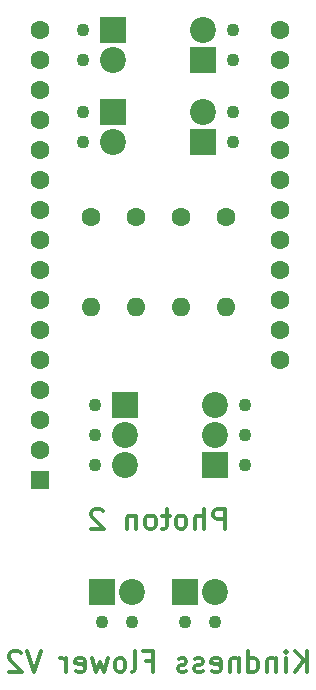
<source format=gbr>
%TF.GenerationSoftware,KiCad,Pcbnew,8.0.2*%
%TF.CreationDate,2024-05-27T13:26:58-06:00*%
%TF.ProjectId,KindFlowerPCB,4b696e64-466c-46f7-9765-725043422e6b,rev?*%
%TF.SameCoordinates,Original*%
%TF.FileFunction,Soldermask,Bot*%
%TF.FilePolarity,Negative*%
%FSLAX46Y46*%
G04 Gerber Fmt 4.6, Leading zero omitted, Abs format (unit mm)*
G04 Created by KiCad (PCBNEW 8.0.2) date 2024-05-27 13:26:58*
%MOMM*%
%LPD*%
G01*
G04 APERTURE LIST*
%ADD10C,0.300000*%
%ADD11C,1.600000*%
%ADD12O,1.600000X1.600000*%
%ADD13C,1.100000*%
%ADD14R,2.200000X2.200000*%
%ADD15C,2.200000*%
%ADD16R,1.600000X1.600000*%
G04 APERTURE END LIST*
D10*
X158841110Y-152170234D02*
X158841110Y-150420234D01*
X157841110Y-152170234D02*
X158591110Y-151170234D01*
X157841110Y-150420234D02*
X158841110Y-151420234D01*
X157091110Y-152170234D02*
X157091110Y-151003567D01*
X157091110Y-150420234D02*
X157174443Y-150503567D01*
X157174443Y-150503567D02*
X157091110Y-150586901D01*
X157091110Y-150586901D02*
X157007777Y-150503567D01*
X157007777Y-150503567D02*
X157091110Y-150420234D01*
X157091110Y-150420234D02*
X157091110Y-150586901D01*
X156257777Y-151003567D02*
X156257777Y-152170234D01*
X156257777Y-151170234D02*
X156174444Y-151086901D01*
X156174444Y-151086901D02*
X156007777Y-151003567D01*
X156007777Y-151003567D02*
X155757777Y-151003567D01*
X155757777Y-151003567D02*
X155591110Y-151086901D01*
X155591110Y-151086901D02*
X155507777Y-151253567D01*
X155507777Y-151253567D02*
X155507777Y-152170234D01*
X153924444Y-152170234D02*
X153924444Y-150420234D01*
X153924444Y-152086901D02*
X154091111Y-152170234D01*
X154091111Y-152170234D02*
X154424444Y-152170234D01*
X154424444Y-152170234D02*
X154591111Y-152086901D01*
X154591111Y-152086901D02*
X154674444Y-152003567D01*
X154674444Y-152003567D02*
X154757777Y-151836901D01*
X154757777Y-151836901D02*
X154757777Y-151336901D01*
X154757777Y-151336901D02*
X154674444Y-151170234D01*
X154674444Y-151170234D02*
X154591111Y-151086901D01*
X154591111Y-151086901D02*
X154424444Y-151003567D01*
X154424444Y-151003567D02*
X154091111Y-151003567D01*
X154091111Y-151003567D02*
X153924444Y-151086901D01*
X153091111Y-151003567D02*
X153091111Y-152170234D01*
X153091111Y-151170234D02*
X153007778Y-151086901D01*
X153007778Y-151086901D02*
X152841111Y-151003567D01*
X152841111Y-151003567D02*
X152591111Y-151003567D01*
X152591111Y-151003567D02*
X152424444Y-151086901D01*
X152424444Y-151086901D02*
X152341111Y-151253567D01*
X152341111Y-151253567D02*
X152341111Y-152170234D01*
X150841111Y-152086901D02*
X151007778Y-152170234D01*
X151007778Y-152170234D02*
X151341111Y-152170234D01*
X151341111Y-152170234D02*
X151507778Y-152086901D01*
X151507778Y-152086901D02*
X151591111Y-151920234D01*
X151591111Y-151920234D02*
X151591111Y-151253567D01*
X151591111Y-151253567D02*
X151507778Y-151086901D01*
X151507778Y-151086901D02*
X151341111Y-151003567D01*
X151341111Y-151003567D02*
X151007778Y-151003567D01*
X151007778Y-151003567D02*
X150841111Y-151086901D01*
X150841111Y-151086901D02*
X150757778Y-151253567D01*
X150757778Y-151253567D02*
X150757778Y-151420234D01*
X150757778Y-151420234D02*
X151591111Y-151586901D01*
X150091111Y-152086901D02*
X149924445Y-152170234D01*
X149924445Y-152170234D02*
X149591111Y-152170234D01*
X149591111Y-152170234D02*
X149424445Y-152086901D01*
X149424445Y-152086901D02*
X149341111Y-151920234D01*
X149341111Y-151920234D02*
X149341111Y-151836901D01*
X149341111Y-151836901D02*
X149424445Y-151670234D01*
X149424445Y-151670234D02*
X149591111Y-151586901D01*
X149591111Y-151586901D02*
X149841111Y-151586901D01*
X149841111Y-151586901D02*
X150007778Y-151503567D01*
X150007778Y-151503567D02*
X150091111Y-151336901D01*
X150091111Y-151336901D02*
X150091111Y-151253567D01*
X150091111Y-151253567D02*
X150007778Y-151086901D01*
X150007778Y-151086901D02*
X149841111Y-151003567D01*
X149841111Y-151003567D02*
X149591111Y-151003567D01*
X149591111Y-151003567D02*
X149424445Y-151086901D01*
X148674444Y-152086901D02*
X148507778Y-152170234D01*
X148507778Y-152170234D02*
X148174444Y-152170234D01*
X148174444Y-152170234D02*
X148007778Y-152086901D01*
X148007778Y-152086901D02*
X147924444Y-151920234D01*
X147924444Y-151920234D02*
X147924444Y-151836901D01*
X147924444Y-151836901D02*
X148007778Y-151670234D01*
X148007778Y-151670234D02*
X148174444Y-151586901D01*
X148174444Y-151586901D02*
X148424444Y-151586901D01*
X148424444Y-151586901D02*
X148591111Y-151503567D01*
X148591111Y-151503567D02*
X148674444Y-151336901D01*
X148674444Y-151336901D02*
X148674444Y-151253567D01*
X148674444Y-151253567D02*
X148591111Y-151086901D01*
X148591111Y-151086901D02*
X148424444Y-151003567D01*
X148424444Y-151003567D02*
X148174444Y-151003567D01*
X148174444Y-151003567D02*
X148007778Y-151086901D01*
X145257778Y-151253567D02*
X145841111Y-151253567D01*
X145841111Y-152170234D02*
X145841111Y-150420234D01*
X145841111Y-150420234D02*
X145007778Y-150420234D01*
X144091111Y-152170234D02*
X144257778Y-152086901D01*
X144257778Y-152086901D02*
X144341111Y-151920234D01*
X144341111Y-151920234D02*
X144341111Y-150420234D01*
X143174444Y-152170234D02*
X143341111Y-152086901D01*
X143341111Y-152086901D02*
X143424444Y-152003567D01*
X143424444Y-152003567D02*
X143507777Y-151836901D01*
X143507777Y-151836901D02*
X143507777Y-151336901D01*
X143507777Y-151336901D02*
X143424444Y-151170234D01*
X143424444Y-151170234D02*
X143341111Y-151086901D01*
X143341111Y-151086901D02*
X143174444Y-151003567D01*
X143174444Y-151003567D02*
X142924444Y-151003567D01*
X142924444Y-151003567D02*
X142757777Y-151086901D01*
X142757777Y-151086901D02*
X142674444Y-151170234D01*
X142674444Y-151170234D02*
X142591111Y-151336901D01*
X142591111Y-151336901D02*
X142591111Y-151836901D01*
X142591111Y-151836901D02*
X142674444Y-152003567D01*
X142674444Y-152003567D02*
X142757777Y-152086901D01*
X142757777Y-152086901D02*
X142924444Y-152170234D01*
X142924444Y-152170234D02*
X143174444Y-152170234D01*
X142007778Y-151003567D02*
X141674444Y-152170234D01*
X141674444Y-152170234D02*
X141341111Y-151336901D01*
X141341111Y-151336901D02*
X141007778Y-152170234D01*
X141007778Y-152170234D02*
X140674444Y-151003567D01*
X139341111Y-152086901D02*
X139507778Y-152170234D01*
X139507778Y-152170234D02*
X139841111Y-152170234D01*
X139841111Y-152170234D02*
X140007778Y-152086901D01*
X140007778Y-152086901D02*
X140091111Y-151920234D01*
X140091111Y-151920234D02*
X140091111Y-151253567D01*
X140091111Y-151253567D02*
X140007778Y-151086901D01*
X140007778Y-151086901D02*
X139841111Y-151003567D01*
X139841111Y-151003567D02*
X139507778Y-151003567D01*
X139507778Y-151003567D02*
X139341111Y-151086901D01*
X139341111Y-151086901D02*
X139257778Y-151253567D01*
X139257778Y-151253567D02*
X139257778Y-151420234D01*
X139257778Y-151420234D02*
X140091111Y-151586901D01*
X138507778Y-152170234D02*
X138507778Y-151003567D01*
X138507778Y-151336901D02*
X138424445Y-151170234D01*
X138424445Y-151170234D02*
X138341111Y-151086901D01*
X138341111Y-151086901D02*
X138174445Y-151003567D01*
X138174445Y-151003567D02*
X138007778Y-151003567D01*
X136341112Y-150420234D02*
X135757779Y-152170234D01*
X135757779Y-152170234D02*
X135174445Y-150420234D01*
X134674445Y-150586901D02*
X134591112Y-150503567D01*
X134591112Y-150503567D02*
X134424445Y-150420234D01*
X134424445Y-150420234D02*
X134007779Y-150420234D01*
X134007779Y-150420234D02*
X133841112Y-150503567D01*
X133841112Y-150503567D02*
X133757779Y-150586901D01*
X133757779Y-150586901D02*
X133674445Y-150753567D01*
X133674445Y-150753567D02*
X133674445Y-150920234D01*
X133674445Y-150920234D02*
X133757779Y-151170234D01*
X133757779Y-151170234D02*
X134757779Y-152170234D01*
X134757779Y-152170234D02*
X133674445Y-152170234D01*
X151924444Y-140105234D02*
X151924444Y-138355234D01*
X151924444Y-138355234D02*
X151257777Y-138355234D01*
X151257777Y-138355234D02*
X151091111Y-138438567D01*
X151091111Y-138438567D02*
X151007777Y-138521901D01*
X151007777Y-138521901D02*
X150924444Y-138688567D01*
X150924444Y-138688567D02*
X150924444Y-138938567D01*
X150924444Y-138938567D02*
X151007777Y-139105234D01*
X151007777Y-139105234D02*
X151091111Y-139188567D01*
X151091111Y-139188567D02*
X151257777Y-139271901D01*
X151257777Y-139271901D02*
X151924444Y-139271901D01*
X150174444Y-140105234D02*
X150174444Y-138355234D01*
X149424444Y-140105234D02*
X149424444Y-139188567D01*
X149424444Y-139188567D02*
X149507777Y-139021901D01*
X149507777Y-139021901D02*
X149674444Y-138938567D01*
X149674444Y-138938567D02*
X149924444Y-138938567D01*
X149924444Y-138938567D02*
X150091111Y-139021901D01*
X150091111Y-139021901D02*
X150174444Y-139105234D01*
X148341111Y-140105234D02*
X148507778Y-140021901D01*
X148507778Y-140021901D02*
X148591111Y-139938567D01*
X148591111Y-139938567D02*
X148674444Y-139771901D01*
X148674444Y-139771901D02*
X148674444Y-139271901D01*
X148674444Y-139271901D02*
X148591111Y-139105234D01*
X148591111Y-139105234D02*
X148507778Y-139021901D01*
X148507778Y-139021901D02*
X148341111Y-138938567D01*
X148341111Y-138938567D02*
X148091111Y-138938567D01*
X148091111Y-138938567D02*
X147924444Y-139021901D01*
X147924444Y-139021901D02*
X147841111Y-139105234D01*
X147841111Y-139105234D02*
X147757778Y-139271901D01*
X147757778Y-139271901D02*
X147757778Y-139771901D01*
X147757778Y-139771901D02*
X147841111Y-139938567D01*
X147841111Y-139938567D02*
X147924444Y-140021901D01*
X147924444Y-140021901D02*
X148091111Y-140105234D01*
X148091111Y-140105234D02*
X148341111Y-140105234D01*
X147257778Y-138938567D02*
X146591111Y-138938567D01*
X147007778Y-138355234D02*
X147007778Y-139855234D01*
X147007778Y-139855234D02*
X146924445Y-140021901D01*
X146924445Y-140021901D02*
X146757778Y-140105234D01*
X146757778Y-140105234D02*
X146591111Y-140105234D01*
X145757778Y-140105234D02*
X145924445Y-140021901D01*
X145924445Y-140021901D02*
X146007778Y-139938567D01*
X146007778Y-139938567D02*
X146091111Y-139771901D01*
X146091111Y-139771901D02*
X146091111Y-139271901D01*
X146091111Y-139271901D02*
X146007778Y-139105234D01*
X146007778Y-139105234D02*
X145924445Y-139021901D01*
X145924445Y-139021901D02*
X145757778Y-138938567D01*
X145757778Y-138938567D02*
X145507778Y-138938567D01*
X145507778Y-138938567D02*
X145341111Y-139021901D01*
X145341111Y-139021901D02*
X145257778Y-139105234D01*
X145257778Y-139105234D02*
X145174445Y-139271901D01*
X145174445Y-139271901D02*
X145174445Y-139771901D01*
X145174445Y-139771901D02*
X145257778Y-139938567D01*
X145257778Y-139938567D02*
X145341111Y-140021901D01*
X145341111Y-140021901D02*
X145507778Y-140105234D01*
X145507778Y-140105234D02*
X145757778Y-140105234D01*
X144424445Y-138938567D02*
X144424445Y-140105234D01*
X144424445Y-139105234D02*
X144341112Y-139021901D01*
X144341112Y-139021901D02*
X144174445Y-138938567D01*
X144174445Y-138938567D02*
X143924445Y-138938567D01*
X143924445Y-138938567D02*
X143757778Y-139021901D01*
X143757778Y-139021901D02*
X143674445Y-139188567D01*
X143674445Y-139188567D02*
X143674445Y-140105234D01*
X141591112Y-138521901D02*
X141507779Y-138438567D01*
X141507779Y-138438567D02*
X141341112Y-138355234D01*
X141341112Y-138355234D02*
X140924446Y-138355234D01*
X140924446Y-138355234D02*
X140757779Y-138438567D01*
X140757779Y-138438567D02*
X140674446Y-138521901D01*
X140674446Y-138521901D02*
X140591112Y-138688567D01*
X140591112Y-138688567D02*
X140591112Y-138855234D01*
X140591112Y-138855234D02*
X140674446Y-139105234D01*
X140674446Y-139105234D02*
X141674446Y-140105234D01*
X141674446Y-140105234D02*
X140591112Y-140105234D01*
D11*
%TO.C,R2*%
X152014445Y-113665000D03*
D12*
X152014445Y-121285000D03*
%TD*%
D13*
%TO.C,J6*%
X152649445Y-107315000D03*
X152649445Y-104775000D03*
D14*
X150109445Y-107315000D03*
D15*
X150109445Y-104775000D03*
%TD*%
D13*
%TO.C,J3*%
X148521945Y-147955000D03*
X151061945Y-147955000D03*
D14*
X148521945Y-145415000D03*
D15*
X151061945Y-145415000D03*
%TD*%
D13*
%TO.C,J4*%
X139949445Y-104775000D03*
X139949445Y-107315000D03*
D14*
X142489445Y-104775000D03*
D15*
X142489445Y-107315000D03*
%TD*%
D13*
%TO.C,J5*%
X139949445Y-97790000D03*
X139949445Y-100330000D03*
D14*
X142489445Y-97790000D03*
D15*
X142489445Y-100330000D03*
%TD*%
D13*
%TO.C,J8*%
X153670000Y-134620000D03*
X153670000Y-132080000D03*
X153670000Y-129540000D03*
D14*
X151130000Y-134620000D03*
D15*
X151130000Y-132080000D03*
X151130000Y-129540000D03*
%TD*%
D13*
%TO.C,J1*%
X141536945Y-147955000D03*
X144076945Y-147955000D03*
D14*
X141536945Y-145415000D03*
D15*
X144076945Y-145415000D03*
%TD*%
D11*
%TO.C,R3*%
X148204445Y-113665000D03*
D12*
X148204445Y-121285000D03*
%TD*%
D13*
%TO.C,J2*%
X152649445Y-100330000D03*
X152649445Y-97790000D03*
D14*
X150109445Y-100330000D03*
D15*
X150109445Y-97790000D03*
%TD*%
D13*
%TO.C,J7*%
X140970000Y-129540000D03*
X140970000Y-132080000D03*
X140970000Y-134620000D03*
D14*
X143510000Y-129540000D03*
D15*
X143510000Y-132080000D03*
X143510000Y-134620000D03*
%TD*%
D11*
%TO.C,R5*%
X140584445Y-113665000D03*
D12*
X140584445Y-121285000D03*
%TD*%
D11*
%TO.C,R4*%
X144394445Y-113665000D03*
D12*
X144394445Y-121285000D03*
%TD*%
D16*
%TO.C,A1*%
X136246945Y-135890000D03*
D11*
X136246945Y-133350000D03*
X136246945Y-130810000D03*
X136246945Y-128270000D03*
X136246945Y-125730000D03*
X136246945Y-123190000D03*
X136246945Y-120650000D03*
X136246945Y-118110000D03*
X136246945Y-115570000D03*
X136246945Y-113030000D03*
X136246945Y-110490000D03*
X136246945Y-107950000D03*
X136246945Y-105410000D03*
X136246945Y-102870000D03*
X136246945Y-100330000D03*
X136246945Y-97790000D03*
X156566945Y-97790000D03*
X156566945Y-100330000D03*
X156566945Y-102870000D03*
X156566945Y-105410000D03*
X156566945Y-107950000D03*
X156566945Y-110490000D03*
X156566945Y-113030000D03*
X156566945Y-115570000D03*
X156566945Y-118110000D03*
X156566945Y-120650000D03*
X156566945Y-123190000D03*
X156566945Y-125730000D03*
%TD*%
M02*

</source>
